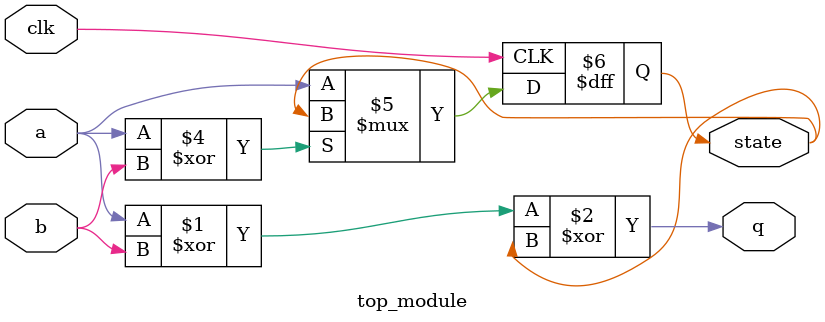
<source format=v>
module top_module (
	input clk,
	input a,
	input b,
	output q,
	output reg state
);

	assign q = a ^ b ^ state;

	always @(posedge clk)
		state <= a ^ b ? state : a;

endmodule

</source>
